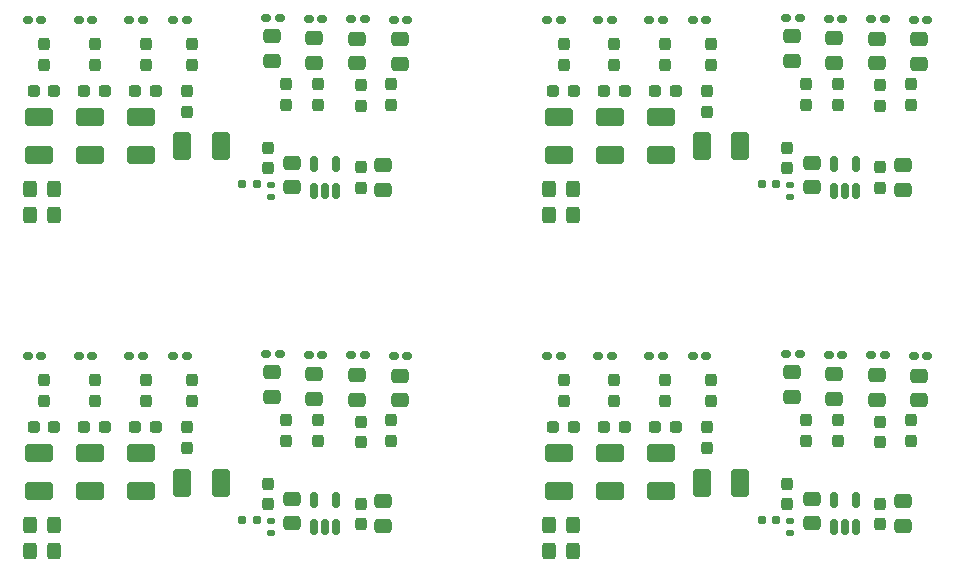
<source format=gbp>
G04 #@! TF.GenerationSoftware,KiCad,Pcbnew,9.0.4*
G04 #@! TF.CreationDate,2025-08-20T18:17:53-04:00*
G04 #@! TF.ProjectId,jlc_pcba,6a6c635f-7063-4626-912e-6b696361645f,rev?*
G04 #@! TF.SameCoordinates,Original*
G04 #@! TF.FileFunction,Paste,Bot*
G04 #@! TF.FilePolarity,Positive*
%FSLAX46Y46*%
G04 Gerber Fmt 4.6, Leading zero omitted, Abs format (unit mm)*
G04 Created by KiCad (PCBNEW 9.0.4) date 2025-08-20 18:17:53*
%MOMM*%
%LPD*%
G01*
G04 APERTURE LIST*
G04 Aperture macros list*
%AMRoundRect*
0 Rectangle with rounded corners*
0 $1 Rounding radius*
0 $2 $3 $4 $5 $6 $7 $8 $9 X,Y pos of 4 corners*
0 Add a 4 corners polygon primitive as box body*
4,1,4,$2,$3,$4,$5,$6,$7,$8,$9,$2,$3,0*
0 Add four circle primitives for the rounded corners*
1,1,$1+$1,$2,$3*
1,1,$1+$1,$4,$5*
1,1,$1+$1,$6,$7*
1,1,$1+$1,$8,$9*
0 Add four rect primitives between the rounded corners*
20,1,$1+$1,$2,$3,$4,$5,0*
20,1,$1+$1,$4,$5,$6,$7,0*
20,1,$1+$1,$6,$7,$8,$9,0*
20,1,$1+$1,$8,$9,$2,$3,0*%
G04 Aperture macros list end*
%ADD10RoundRect,0.250000X-0.325000X-0.450000X0.325000X-0.450000X0.325000X0.450000X-0.325000X0.450000X0*%
%ADD11RoundRect,0.160000X0.222500X0.160000X-0.222500X0.160000X-0.222500X-0.160000X0.222500X-0.160000X0*%
%ADD12RoundRect,0.160000X0.197500X0.160000X-0.197500X0.160000X-0.197500X-0.160000X0.197500X-0.160000X0*%
%ADD13RoundRect,0.237500X-0.237500X0.300000X-0.237500X-0.300000X0.237500X-0.300000X0.237500X0.300000X0*%
%ADD14RoundRect,0.250000X-0.475000X0.337500X-0.475000X-0.337500X0.475000X-0.337500X0.475000X0.337500X0*%
%ADD15RoundRect,0.250001X0.924999X-0.499999X0.924999X0.499999X-0.924999X0.499999X-0.924999X-0.499999X0*%
%ADD16RoundRect,0.160000X-0.222500X-0.160000X0.222500X-0.160000X0.222500X0.160000X-0.222500X0.160000X0*%
%ADD17RoundRect,0.237500X-0.287500X-0.237500X0.287500X-0.237500X0.287500X0.237500X-0.287500X0.237500X0*%
%ADD18RoundRect,0.237500X0.237500X-0.300000X0.237500X0.300000X-0.237500X0.300000X-0.237500X-0.300000X0*%
%ADD19RoundRect,0.237500X-0.237500X0.287500X-0.237500X-0.287500X0.237500X-0.287500X0.237500X0.287500X0*%
%ADD20RoundRect,0.150000X0.150000X-0.512500X0.150000X0.512500X-0.150000X0.512500X-0.150000X-0.512500X0*%
%ADD21RoundRect,0.250000X0.325000X0.450000X-0.325000X0.450000X-0.325000X-0.450000X0.325000X-0.450000X0*%
%ADD22RoundRect,0.250001X-0.499999X-0.924999X0.499999X-0.924999X0.499999X0.924999X-0.499999X0.924999X0*%
%ADD23RoundRect,0.250000X0.475000X-0.337500X0.475000X0.337500X-0.475000X0.337500X-0.475000X-0.337500X0*%
%ADD24RoundRect,0.135000X0.185000X-0.135000X0.185000X0.135000X-0.185000X0.135000X-0.185000X-0.135000X0*%
%ADD25RoundRect,0.237500X0.287500X0.237500X-0.287500X0.237500X-0.287500X-0.237500X0.287500X-0.237500X0*%
G04 APERTURE END LIST*
D10*
G04 #@! TO.C,C131*
X14342500Y-59115000D03*
X16392500Y-59115000D03*
G04 #@! TD*
D11*
G04 #@! TO.C,D109*
X58195000Y-42615000D03*
X59340000Y-42615000D03*
G04 #@! TD*
D12*
G04 #@! TO.C,SCL109*
X33565000Y-56515000D03*
X32370000Y-56515000D03*
G04 #@! TD*
D11*
G04 #@! TO.C,D111*
X26495000Y-42615000D03*
X27640000Y-42615000D03*
G04 #@! TD*
G04 #@! TO.C,D111*
X26495000Y-14155000D03*
X27640000Y-14155000D03*
G04 #@! TD*
D13*
G04 #@! TO.C,C126*
X82767500Y-48052500D03*
X82767500Y-49777500D03*
G04 #@! TD*
G04 #@! TO.C,C127*
X80067500Y-19592500D03*
X80067500Y-21317500D03*
G04 #@! TD*
D14*
G04 #@! TO.C,FB108*
X45667500Y-15790000D03*
X45667500Y-17865000D03*
G04 #@! TD*
G04 #@! TO.C,FB108*
X89667500Y-15790000D03*
X89667500Y-17865000D03*
G04 #@! TD*
D11*
G04 #@! TO.C,D110*
X66795000Y-14155000D03*
X67940000Y-14155000D03*
G04 #@! TD*
D15*
G04 #@! TO.C,C110*
X19467500Y-54040000D03*
X19467500Y-50790000D03*
G04 #@! TD*
G04 #@! TO.C,C114*
X15167500Y-25580000D03*
X15167500Y-22330000D03*
G04 #@! TD*
D16*
G04 #@! TO.C,D112*
X46340000Y-42597500D03*
X45195000Y-42597500D03*
G04 #@! TD*
D11*
G04 #@! TO.C,D110*
X22795000Y-42615000D03*
X23940000Y-42615000D03*
G04 #@! TD*
D17*
G04 #@! TO.C,R108*
X18992500Y-48615000D03*
X20742500Y-48615000D03*
G04 #@! TD*
D18*
G04 #@! TO.C,C121*
X24167500Y-17917500D03*
X24167500Y-16192500D03*
G04 #@! TD*
D16*
G04 #@! TO.C,D113*
X86740000Y-42550000D03*
X85595000Y-42550000D03*
G04 #@! TD*
D10*
G04 #@! TO.C,C131*
X14342500Y-30655000D03*
X16392500Y-30655000D03*
G04 #@! TD*
D14*
G04 #@! TO.C,FB109*
X86067500Y-44212500D03*
X86067500Y-46287500D03*
G04 #@! TD*
D17*
G04 #@! TO.C,R111*
X23292500Y-20155000D03*
X25042500Y-20155000D03*
G04 #@! TD*
D16*
G04 #@! TO.C,D114*
X39140000Y-42550000D03*
X37995000Y-42550000D03*
G04 #@! TD*
D13*
G04 #@! TO.C,C126*
X82767500Y-19592500D03*
X82767500Y-21317500D03*
G04 #@! TD*
D11*
G04 #@! TO.C,D109*
X14195000Y-14155000D03*
X15340000Y-14155000D03*
G04 #@! TD*
D15*
G04 #@! TO.C,C120*
X67767500Y-25580000D03*
X67767500Y-22330000D03*
G04 #@! TD*
D13*
G04 #@! TO.C,C124*
X88967500Y-48052500D03*
X88967500Y-49777500D03*
G04 #@! TD*
D14*
G04 #@! TO.C,FB108*
X89667500Y-44250000D03*
X89667500Y-46325000D03*
G04 #@! TD*
D18*
G04 #@! TO.C,C121*
X68167500Y-17917500D03*
X68167500Y-16192500D03*
G04 #@! TD*
D13*
G04 #@! TO.C,C125*
X86367500Y-48152500D03*
X86367500Y-49877500D03*
G04 #@! TD*
G04 #@! TO.C,C127*
X80067500Y-48052500D03*
X80067500Y-49777500D03*
G04 #@! TD*
G04 #@! TO.C,C127*
X36067500Y-48052500D03*
X36067500Y-49777500D03*
G04 #@! TD*
G04 #@! TO.C,C125*
X42367500Y-48152500D03*
X42367500Y-49877500D03*
G04 #@! TD*
D16*
G04 #@! TO.C,D112*
X90340000Y-42597500D03*
X89195000Y-42597500D03*
G04 #@! TD*
D18*
G04 #@! TO.C,C121*
X68167500Y-46377500D03*
X68167500Y-44652500D03*
G04 #@! TD*
D11*
G04 #@! TO.C,D110*
X66795000Y-42615000D03*
X67940000Y-42615000D03*
G04 #@! TD*
D13*
G04 #@! TO.C,C126*
X38767500Y-19592500D03*
X38767500Y-21317500D03*
G04 #@! TD*
D19*
G04 #@! TO.C,R116*
X71667500Y-20180000D03*
X71667500Y-21930000D03*
G04 #@! TD*
D16*
G04 #@! TO.C,D114*
X83140000Y-42550000D03*
X81995000Y-42550000D03*
G04 #@! TD*
D11*
G04 #@! TO.C,D110*
X22795000Y-14155000D03*
X23940000Y-14155000D03*
G04 #@! TD*
D18*
G04 #@! TO.C,C123*
X28067500Y-46377500D03*
X28067500Y-44652500D03*
G04 #@! TD*
D20*
G04 #@! TO.C,U109*
X40329314Y-28607500D03*
X39379314Y-28607500D03*
X38429314Y-28607500D03*
X38429314Y-26332500D03*
X40329314Y-26332500D03*
G04 #@! TD*
D13*
G04 #@! TO.C,C127*
X36067500Y-19592500D03*
X36067500Y-21317500D03*
G04 #@! TD*
D18*
G04 #@! TO.C,C113*
X19867500Y-46377500D03*
X19867500Y-44652500D03*
G04 #@! TD*
D21*
G04 #@! TO.C,C130*
X60392500Y-28455000D03*
X58342500Y-28455000D03*
G04 #@! TD*
D16*
G04 #@! TO.C,D113*
X42740000Y-42550000D03*
X41595000Y-42550000D03*
G04 #@! TD*
D14*
G04 #@! TO.C,T\u002AC110*
X80567500Y-54677500D03*
X80567500Y-56752500D03*
G04 #@! TD*
D16*
G04 #@! TO.C,D115*
X35540000Y-42415000D03*
X34395000Y-42415000D03*
G04 #@! TD*
D21*
G04 #@! TO.C,C130*
X60392500Y-56915000D03*
X58342500Y-56915000D03*
G04 #@! TD*
D11*
G04 #@! TO.C,D108*
X62495000Y-42615000D03*
X63640000Y-42615000D03*
G04 #@! TD*
D15*
G04 #@! TO.C,C110*
X19467500Y-25580000D03*
X19467500Y-22330000D03*
G04 #@! TD*
D13*
G04 #@! TO.C,C129*
X78517117Y-53440582D03*
X78517117Y-55165582D03*
G04 #@! TD*
D11*
G04 #@! TO.C,D108*
X62495000Y-14155000D03*
X63640000Y-14155000D03*
G04 #@! TD*
D22*
G04 #@! TO.C,C122*
X27267501Y-53315000D03*
X30517501Y-53315000D03*
G04 #@! TD*
D18*
G04 #@! TO.C,T\u002AC109*
X86367500Y-56815000D03*
X86367500Y-55090000D03*
G04 #@! TD*
G04 #@! TO.C,C113*
X63867500Y-46377500D03*
X63867500Y-44652500D03*
G04 #@! TD*
D15*
G04 #@! TO.C,C114*
X59167500Y-54040000D03*
X59167500Y-50790000D03*
G04 #@! TD*
D16*
G04 #@! TO.C,D113*
X86740000Y-14090000D03*
X85595000Y-14090000D03*
G04 #@! TD*
D17*
G04 #@! TO.C,R111*
X67292500Y-20155000D03*
X69042500Y-20155000D03*
G04 #@! TD*
D20*
G04 #@! TO.C,U109*
X84329314Y-57067500D03*
X83379314Y-57067500D03*
X82429314Y-57067500D03*
X82429314Y-54792500D03*
X84329314Y-54792500D03*
G04 #@! TD*
D13*
G04 #@! TO.C,C126*
X38767500Y-48052500D03*
X38767500Y-49777500D03*
G04 #@! TD*
D14*
G04 #@! TO.C,T\u002AC110*
X80567500Y-26217500D03*
X80567500Y-28292500D03*
G04 #@! TD*
D18*
G04 #@! TO.C,T\u002AC109*
X42367500Y-56815000D03*
X42367500Y-55090000D03*
G04 #@! TD*
D22*
G04 #@! TO.C,C122*
X27267501Y-24855000D03*
X30517501Y-24855000D03*
G04 #@! TD*
D23*
G04 #@! TO.C,T\u002AC108*
X88301814Y-28530000D03*
X88301814Y-26455000D03*
G04 #@! TD*
D18*
G04 #@! TO.C,C117*
X59567500Y-46377500D03*
X59567500Y-44652500D03*
G04 #@! TD*
D13*
G04 #@! TO.C,C124*
X88967500Y-19592500D03*
X88967500Y-21317500D03*
G04 #@! TD*
D15*
G04 #@! TO.C,C120*
X23767500Y-54040000D03*
X23767500Y-50790000D03*
G04 #@! TD*
D18*
G04 #@! TO.C,C117*
X15567500Y-46377500D03*
X15567500Y-44652500D03*
G04 #@! TD*
D14*
G04 #@! TO.C,FB111*
X78867500Y-15517500D03*
X78867500Y-17592500D03*
G04 #@! TD*
D17*
G04 #@! TO.C,R108*
X62992500Y-20155000D03*
X64742500Y-20155000D03*
G04 #@! TD*
D23*
G04 #@! TO.C,T\u002AC108*
X44301814Y-28530000D03*
X44301814Y-26455000D03*
G04 #@! TD*
D14*
G04 #@! TO.C,FB110*
X82467500Y-44140000D03*
X82467500Y-46215000D03*
G04 #@! TD*
D16*
G04 #@! TO.C,D113*
X42740000Y-14090000D03*
X41595000Y-14090000D03*
G04 #@! TD*
D14*
G04 #@! TO.C,FB110*
X38467500Y-15680000D03*
X38467500Y-17755000D03*
G04 #@! TD*
D10*
G04 #@! TO.C,C131*
X58342500Y-59115000D03*
X60392500Y-59115000D03*
G04 #@! TD*
D18*
G04 #@! TO.C,C113*
X63867500Y-17917500D03*
X63867500Y-16192500D03*
G04 #@! TD*
G04 #@! TO.C,C121*
X24167500Y-46377500D03*
X24167500Y-44652500D03*
G04 #@! TD*
D14*
G04 #@! TO.C,FB110*
X82467500Y-15680000D03*
X82467500Y-17755000D03*
G04 #@! TD*
D16*
G04 #@! TO.C,D115*
X79540000Y-42415000D03*
X78395000Y-42415000D03*
G04 #@! TD*
D11*
G04 #@! TO.C,D108*
X18495000Y-14155000D03*
X19640000Y-14155000D03*
G04 #@! TD*
D15*
G04 #@! TO.C,C110*
X63467500Y-54040000D03*
X63467500Y-50790000D03*
G04 #@! TD*
D13*
G04 #@! TO.C,C124*
X44967500Y-48052500D03*
X44967500Y-49777500D03*
G04 #@! TD*
D15*
G04 #@! TO.C,C114*
X59167500Y-25580000D03*
X59167500Y-22330000D03*
G04 #@! TD*
D24*
G04 #@! TO.C,R128*
X34767500Y-29165000D03*
X34767500Y-28145000D03*
G04 #@! TD*
D23*
G04 #@! TO.C,T\u002AC108*
X88301814Y-56990000D03*
X88301814Y-54915000D03*
G04 #@! TD*
D12*
G04 #@! TO.C,SCL109*
X77565000Y-56515000D03*
X76370000Y-56515000D03*
G04 #@! TD*
D13*
G04 #@! TO.C,C125*
X42367500Y-19692500D03*
X42367500Y-21417500D03*
G04 #@! TD*
D12*
G04 #@! TO.C,SCL109*
X77565000Y-28055000D03*
X76370000Y-28055000D03*
G04 #@! TD*
D17*
G04 #@! TO.C,R111*
X23292500Y-48615000D03*
X25042500Y-48615000D03*
G04 #@! TD*
D18*
G04 #@! TO.C,C117*
X15567500Y-17917500D03*
X15567500Y-16192500D03*
G04 #@! TD*
D19*
G04 #@! TO.C,R116*
X27667500Y-48640000D03*
X27667500Y-50390000D03*
G04 #@! TD*
D14*
G04 #@! TO.C,T\u002AC110*
X36567500Y-26217500D03*
X36567500Y-28292500D03*
G04 #@! TD*
D24*
G04 #@! TO.C,R128*
X78767500Y-29165000D03*
X78767500Y-28145000D03*
G04 #@! TD*
D11*
G04 #@! TO.C,D108*
X18495000Y-42615000D03*
X19640000Y-42615000D03*
G04 #@! TD*
D17*
G04 #@! TO.C,R108*
X62992500Y-48615000D03*
X64742500Y-48615000D03*
G04 #@! TD*
D12*
G04 #@! TO.C,SCL109*
X33565000Y-28055000D03*
X32370000Y-28055000D03*
G04 #@! TD*
D18*
G04 #@! TO.C,C123*
X72067500Y-46377500D03*
X72067500Y-44652500D03*
G04 #@! TD*
D16*
G04 #@! TO.C,D112*
X90340000Y-14137500D03*
X89195000Y-14137500D03*
G04 #@! TD*
D11*
G04 #@! TO.C,D109*
X58195000Y-14155000D03*
X59340000Y-14155000D03*
G04 #@! TD*
D21*
G04 #@! TO.C,C130*
X16392500Y-56915000D03*
X14342500Y-56915000D03*
G04 #@! TD*
G04 #@! TO.C,C130*
X16392500Y-28455000D03*
X14342500Y-28455000D03*
G04 #@! TD*
D14*
G04 #@! TO.C,T\u002AC110*
X36567500Y-54677500D03*
X36567500Y-56752500D03*
G04 #@! TD*
D22*
G04 #@! TO.C,C122*
X71267501Y-53315000D03*
X74517501Y-53315000D03*
G04 #@! TD*
D25*
G04 #@! TO.C,R109*
X60442500Y-48615000D03*
X58692500Y-48615000D03*
G04 #@! TD*
D10*
G04 #@! TO.C,C131*
X58342500Y-30655000D03*
X60392500Y-30655000D03*
G04 #@! TD*
D13*
G04 #@! TO.C,C129*
X34517117Y-24980582D03*
X34517117Y-26705582D03*
G04 #@! TD*
G04 #@! TO.C,C129*
X34517117Y-53440582D03*
X34517117Y-55165582D03*
G04 #@! TD*
D18*
G04 #@! TO.C,C117*
X59567500Y-17917500D03*
X59567500Y-16192500D03*
G04 #@! TD*
D20*
G04 #@! TO.C,U109*
X40329314Y-57067500D03*
X39379314Y-57067500D03*
X38429314Y-57067500D03*
X38429314Y-54792500D03*
X40329314Y-54792500D03*
G04 #@! TD*
D14*
G04 #@! TO.C,FB111*
X34867500Y-15517500D03*
X34867500Y-17592500D03*
G04 #@! TD*
D25*
G04 #@! TO.C,R109*
X16442500Y-20155000D03*
X14692500Y-20155000D03*
G04 #@! TD*
D18*
G04 #@! TO.C,T\u002AC109*
X42367500Y-28355000D03*
X42367500Y-26630000D03*
G04 #@! TD*
D16*
G04 #@! TO.C,D114*
X39140000Y-14090000D03*
X37995000Y-14090000D03*
G04 #@! TD*
D14*
G04 #@! TO.C,FB110*
X38467500Y-44140000D03*
X38467500Y-46215000D03*
G04 #@! TD*
D23*
G04 #@! TO.C,T\u002AC108*
X44301814Y-56990000D03*
X44301814Y-54915000D03*
G04 #@! TD*
D15*
G04 #@! TO.C,C114*
X15167500Y-54040000D03*
X15167500Y-50790000D03*
G04 #@! TD*
D17*
G04 #@! TO.C,R111*
X67292500Y-48615000D03*
X69042500Y-48615000D03*
G04 #@! TD*
D14*
G04 #@! TO.C,FB108*
X45667500Y-44250000D03*
X45667500Y-46325000D03*
G04 #@! TD*
D22*
G04 #@! TO.C,C122*
X71267501Y-24855000D03*
X74517501Y-24855000D03*
G04 #@! TD*
D11*
G04 #@! TO.C,D111*
X70495000Y-42615000D03*
X71640000Y-42615000D03*
G04 #@! TD*
D18*
G04 #@! TO.C,C123*
X28067500Y-17917500D03*
X28067500Y-16192500D03*
G04 #@! TD*
D11*
G04 #@! TO.C,D109*
X14195000Y-42615000D03*
X15340000Y-42615000D03*
G04 #@! TD*
D16*
G04 #@! TO.C,D115*
X79540000Y-13955000D03*
X78395000Y-13955000D03*
G04 #@! TD*
D25*
G04 #@! TO.C,R109*
X16442500Y-48615000D03*
X14692500Y-48615000D03*
G04 #@! TD*
D14*
G04 #@! TO.C,FB111*
X78867500Y-43977500D03*
X78867500Y-46052500D03*
G04 #@! TD*
D24*
G04 #@! TO.C,R128*
X78767500Y-57625000D03*
X78767500Y-56605000D03*
G04 #@! TD*
D17*
G04 #@! TO.C,R108*
X18992500Y-20155000D03*
X20742500Y-20155000D03*
G04 #@! TD*
D16*
G04 #@! TO.C,D114*
X83140000Y-14090000D03*
X81995000Y-14090000D03*
G04 #@! TD*
D25*
G04 #@! TO.C,R109*
X60442500Y-20155000D03*
X58692500Y-20155000D03*
G04 #@! TD*
D16*
G04 #@! TO.C,D115*
X35540000Y-13955000D03*
X34395000Y-13955000D03*
G04 #@! TD*
D15*
G04 #@! TO.C,C120*
X67767500Y-54040000D03*
X67767500Y-50790000D03*
G04 #@! TD*
D14*
G04 #@! TO.C,FB111*
X34867500Y-43977500D03*
X34867500Y-46052500D03*
G04 #@! TD*
D13*
G04 #@! TO.C,C125*
X86367500Y-19692500D03*
X86367500Y-21417500D03*
G04 #@! TD*
D18*
G04 #@! TO.C,C113*
X19867500Y-17917500D03*
X19867500Y-16192500D03*
G04 #@! TD*
D16*
G04 #@! TO.C,D112*
X46340000Y-14137500D03*
X45195000Y-14137500D03*
G04 #@! TD*
D20*
G04 #@! TO.C,U109*
X84329314Y-28607500D03*
X83379314Y-28607500D03*
X82429314Y-28607500D03*
X82429314Y-26332500D03*
X84329314Y-26332500D03*
G04 #@! TD*
D18*
G04 #@! TO.C,C123*
X72067500Y-17917500D03*
X72067500Y-16192500D03*
G04 #@! TD*
D13*
G04 #@! TO.C,C124*
X44967500Y-19592500D03*
X44967500Y-21317500D03*
G04 #@! TD*
G04 #@! TO.C,C129*
X78517117Y-24980582D03*
X78517117Y-26705582D03*
G04 #@! TD*
D11*
G04 #@! TO.C,D111*
X70495000Y-14155000D03*
X71640000Y-14155000D03*
G04 #@! TD*
D19*
G04 #@! TO.C,R116*
X27667500Y-20180000D03*
X27667500Y-21930000D03*
G04 #@! TD*
D15*
G04 #@! TO.C,C120*
X23767500Y-25580000D03*
X23767500Y-22330000D03*
G04 #@! TD*
D14*
G04 #@! TO.C,FB109*
X42067500Y-44212500D03*
X42067500Y-46287500D03*
G04 #@! TD*
D18*
G04 #@! TO.C,T\u002AC109*
X86367500Y-28355000D03*
X86367500Y-26630000D03*
G04 #@! TD*
D19*
G04 #@! TO.C,R116*
X71667500Y-48640000D03*
X71667500Y-50390000D03*
G04 #@! TD*
D24*
G04 #@! TO.C,R128*
X34767500Y-57625000D03*
X34767500Y-56605000D03*
G04 #@! TD*
D14*
G04 #@! TO.C,FB109*
X42067500Y-15752500D03*
X42067500Y-17827500D03*
G04 #@! TD*
G04 #@! TO.C,FB109*
X86067500Y-15752500D03*
X86067500Y-17827500D03*
G04 #@! TD*
D15*
G04 #@! TO.C,C110*
X63467500Y-25580000D03*
X63467500Y-22330000D03*
G04 #@! TD*
M02*

</source>
